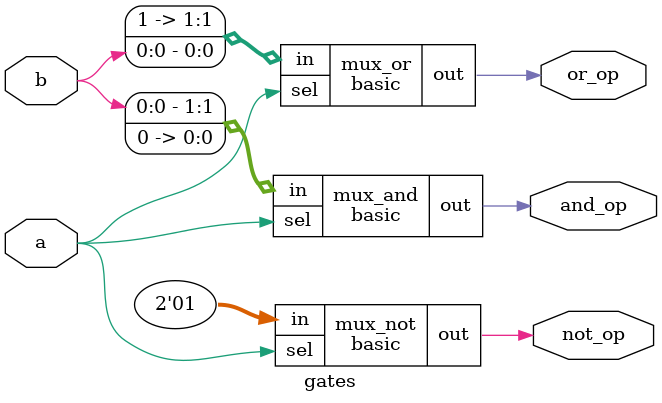
<source format=v>
`timescale 1ns / 1ps

module basic(
    input [1:0]in,
    input sel,
    output out
    );
    
    assign out = sel ? in[1] : in[0];
endmodule

module gates(
    input a,b,
    output and_op,or_op,not_op
    );
    
    basic mux_and({b,1'b0},a,and_op);
    basic mux_or({1'b1,b},a,or_op);
    basic mux_not({1'b0,1'b1},a,not_op);
endmodule

</source>
